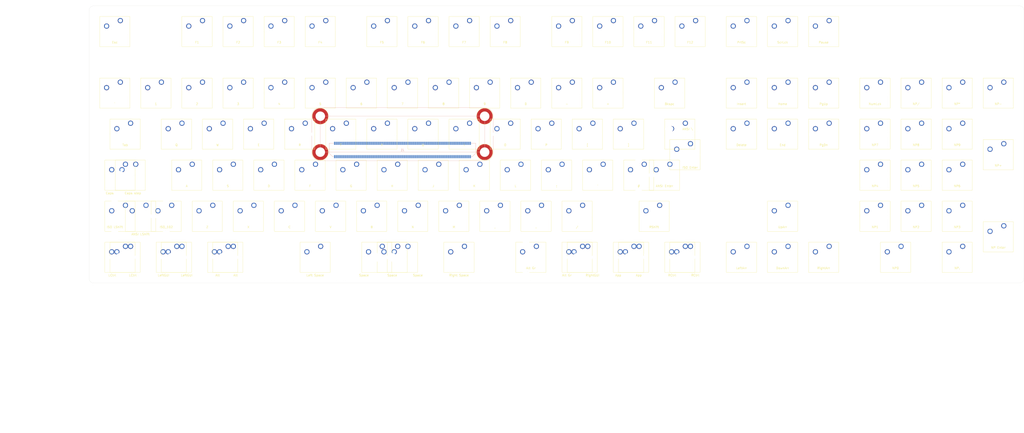
<source format=kicad_pcb>
(kicad_pcb (version 20241229) (generator "pcbnew") (generator_version "9.0")
  (title_block (title "KB01") (date "2025-12-23") (rev "1.0") (company "Egill Milan Gunnarsson") (comment 1 "Author:"))
  (layers (0 "F.Cu" signal) (2 "B.Cu" signal) (13 "F.Paste" user) (15 "B.Paste" user) (5 "F.SilkS" user "F.Silkscreen") (7 "B.SilkS" user "B.Silkscreen") (1 "F.Mask" user) (3 "B.Mask" user) (25 "Edge.Cuts" user))
  (net 0 "")
  (net 1 "GND")
  (net 2 "/Switches/Esc")
  (net 3 "/Switches/F1")
  (net 4 "/Switches/F2")
  (net 5 "/Switches/F3")
  (net 6 "/Switches/F4")
  (net 7 "/Switches/F5")
  (net 8 "/Switches/F6")
  (net 9 "/Switches/F7")
  (net 10 "/Switches/F8")
  (net 11 "/Switches/F9")
  (net 12 "/Switches/F10")
  (net 13 "/Switches/F11")
  (net 14 "/Switches/F12")
  (net 15 "/Switches/Print Scrn")
  (net 16 "/Switches/Scroll Lock")
  (net 17 "/Switches/Pause")
  (net 18 "/Switches/`")
  (net 19 "/Switches/1")
  (net 20 "/Switches/2")
  (net 21 "/Switches/3")
  (net 22 "/Switches/4")
  (net 23 "/Switches/5")
  (net 24 "/Switches/6")
  (net 25 "/Switches/7")
  (net 26 "/Switches/8")
  (net 27 "/Switches/9")
  (net 28 "/Switches/0")
  (net 29 "/Switches/-")
  (net 30 "/Switches/=")
  (net 31 "/Switches/Backspace")
  (net 32 "/Switches/Insert")
  (net 33 "/Switches/Home")
  (net 34 "/Switches/Page Up")
  (net 35 "/Switches/Num Lock")
  (net 36 "/Switches/NP{slash}")
  (net 37 "/Switches/NP*")
  (net 38 "/Switches/NP-")
  (net 39 "/Switches/Tab")
  (net 40 "/Switches/Q")
  (net 41 "/Switches/W")
  (net 42 "/Switches/E")
  (net 43 "/Switches/R")
  (net 44 "/Switches/T")
  (net 45 "/Switches/Y")
  (net 46 "/Switches/U")
  (net 47 "/Switches/I")
  (net 48 "/Switches/O")
  (net 49 "/Switches/P")
  (net 50 "/Switches/[")
  (net 51 "/Switches/]")
  (net 52 "/Switches/ISO_102")
  (net 53 "/Switches/Delete")
  (net 54 "/Switches/End")
  (net 55 "/Switches/Page Down")
  (net 56 "/Switches/NP7")
  (net 57 "/Switches/NP8")
  (net 58 "/Switches/NP9")
  (net 59 "/Switches/NP+")
  (net 60 "/Switches/Caps Lock")
  (net 61 "/Switches/A")
  (net 62 "/Switches/S")
  (net 63 "/Switches/D")
  (net 64 "/Switches/F")
  (net 65 "/Switches/G")
  (net 66 "/Switches/H")
  (net 67 "/Switches/J")
  (net 68 "/Switches/K")
  (net 69 "/Switches/L")
  (net 70 "/Switches/;")
  (net 71 "/Switches/'")
  (net 72 "/Switches/#")
  (net 73 "/Switches/Enter")
  (net 74 "/Switches/NP4")
  (net 75 "/Switches/NP5")
  (net 76 "/Switches/NP6")
  (net 77 "/Switches/Left Shift")
  (net 78 "/Switches/Z")
  (net 79 "/Switches/X")
  (net 80 "/Switches/C")
  (net 81 "/Switches/V")
  (net 82 "/Switches/B")
  (net 83 "/Switches/N")
  (net 84 "/Switches/M")
  (net 85 "/Switches/,")
  (net 86 "/Switches/.")
  (net 87 "/Switches/{slash}")
  (net 88 "/Switches/Right Shift")
  (net 89 "/Switches/Up Arrow")
  (net 90 "/Switches/NP1")
  (net 91 "/Switches/NP2")
  (net 92 "/Switches/NP3")
  (net 93 "/Switches/NP Enter")
  (net 94 "/Switches/Left Ctrl")
  (net 95 "/Switches/Left GUI")
  (net 96 "/Switches/Alt")
  (net 97 "/Switches/Space")
  (net 98 "/Switches/Alt Gr")
  (net 99 "/Switches/Application")
  (net 100 "/Switches/Right Ctrl")
  (net 101 "/Switches/Left Arrow")
  (net 102 "/Switches/Down Arrow")
  (net 103 "/Switches/Right Arrow")
  (net 104 "/Switches/NP0")
  (net 105 "/Switches/NP.")
  (net 106 "/Switches/Left Space")
  (net 107 "/Switches/Right Space")
  (net 108 "/Switches/AltGr{slash}RGUI")
  (net 109 "/Switches/Alt Gr{slash}RGUI")
  (footprint "Switches_Keyboard:SW_Cherry_MX_R1_1.00u_PCB" (layer "F.Cu") (at 124.6875 33.25)
    (property "Reference" "SW5" (hide yes))
    (property "Value" "F4")
  )
  (footprint "Switches_Keyboard:SW_Cherry_MX_R1_1.00u_PCB" (layer "F.Cu") (at 238.6875 33.25)
    (property "Reference" "SW10" (hide yes))
    (property "Value" "F9")
  )
  (footprint "Switches_Keyboard:SW_Cherry_MX_R1_1.00u_PCB" (layer "F.Cu") (at 172.1875 33.25)
    (property "Reference" "SW7" (hide yes))
    (property "Value" "F6")
  )
  (footprint "Switches_Keyboard:SW_Cherry_MX_Convex_1.00u_PCB" (layer "F.Cu") (at 157.9375 137.75)
    (property "Reference" "SW118" (hide yes))
    (property "Value" "Space")
  )
  (footprint "Switches_Keyboard:SW_Cherry_MX_R4_1.00u_PCB" (layer "F.Cu") (at 129.4375 118.75)
    (property "Reference" "SW84" (hide yes))
    (property "Value" "V")
  )
  (footprint "Switches_Keyboard:SW_Cherry_MX_R1_1.00u_PCB" (layer "F.Cu") (at 319.4375 33.25)
    (property "Reference" "SW14" (hide yes))
    (property "Value" "PrtSc")
  )
  (footprint "Switches_Keyboard:SW_Cherry_MX_R1_1.00u_PCB" (layer "F.Cu") (at 143.6875 61.75)
    (property "Reference" "SW23" (hide yes))
    (property "Value" "6")
  )
  (footprint "Switches_Keyboard:SW_Cherry_MX_R3_1.00u_PCB" (layer "F.Cu") (at 176.9375 99.75)
    (property "Reference" "SW67" (hide yes))
    (property "Value" "J")
  )
  (footprint "Switches_Keyboard:SW_Cherry_MX_R4_2.25u_PCB" (layer "F.Cu") (at 41.5625 118.75)
    (property "Reference" "SW78" (hide yes))
    (property "Value" "ANSI LShift")
  )
  (footprint "Switches_Keyboard:SW_Cherry_MX_R3_1.00u_PCB" (layer "F.Cu") (at 214.9375 99.75)
    (property "Reference" "SW69" (hide yes))
    (property "Value" "L")
  )
  (footprint "Switches_Keyboard:SW_Cherry_MX_R2_1.00u_PCB" (layer "F.Cu") (at 229.1875 80.75)
    (property "Reference" "SW48" (hide yes))
    (property "Value" "P")
  )
  (footprint "Switches_Keyboard:SW_Cherry_MX_R3_1.00u_PCB" (layer "F.Cu") (at 81.9375 99.75)
    (property "Reference" "SW62" (hide yes))
    (property "Value" "S")
  )
  (footprint "Mech:MountingHole_2.7mm_M2.5" (layer "F.Cu") (at 0.4175 35.509)
    (property "Reference" "H12" (hide yes))
    (property "Value" "M2.5 mounting hole" (hide yes))
  )
  (footprint "Switches_Keyboard:SW_Cherry_MX_R2_1.50u_PCB" (layer "F.Cu") (at 290.9375 80.75)
    (property "Reference" "SW51" (hide yes))
    (property "Value" "ANSI \\")
  )
  (footprint "Switches_Keyboard:SW_Cherry_MX_Convex_6.25u_PCB" (layer "F.Cu") (at 150.8125 137.75)
    (property "Reference" "SW100" (hide yes))
    (property "Value" "Space")
  )
  (footprint "Switches_Keyboard:SW_Cherry_MX_R3_1.00u_PCB" (layer "F.Cu") (at 271.9375 99.75)
    (property "Reference" "SW72" (hide yes))
    (property "Value" "#")
  )
  (footprint "Switches_Keyboard:SW_Cherry_MX_R4_1.25u_PCB" (layer "F.Cu") (at 293.3125 137.75)
    (property "Reference" "SW104" (hide yes))
    (property "Value" "RCtrl")
  )
  (footprint "Switches_Keyboard:SW_Cherry_MX_R1_1.00u_PCB" (layer "F.Cu") (at 419.1875 61.75)
    (property "Reference" "SW36" (hide yes))
    (property "Value" "NP*")
  )
  (footprint "Switches_Keyboard:SW_Cherry_MX_R1_1.00u_PCB" (layer "F.Cu") (at 162.6875 61.75)
    (property "Reference" "SW24" (hide yes))
    (property "Value" "7")
  )
  (footprint "Switches_Keyboard:SW_Cherry_MX_R4_1.00u_PCB" (layer "F.Cu") (at 110.4375 118.75)
    (property "Reference" "SW83" (hide yes))
    (property "Value" "C")
  )
  (footprint "Switches_Keyboard:SW_Cherry_MX_R3_1.00u_PCB" (layer "F.Cu") (at 419.1875 99.75)
    (property "Reference" "SW77" (hide yes))
    (property "Value" "NP6")
  )
  (footprint "Switches_Keyboard:SW_Cherry_MX_R1_1.00u_PCB" (layer "F.Cu") (at 438.1875 61.75)
    (property "Reference" "SW37" (hide yes))
    (property "Value" "NP-")
  )
  (footprint "Switches_Keyboard:SW_Cherry_MX_R1_1.00u_PCB" (layer "F.Cu") (at 357.4375 33.25)
    (property "Reference" "SW16" (hide yes))
    (property "Value" "Pause")
  )
  (footprint "Switches_Keyboard:SW_Cherry_MX_R1_1.00u_PCB" (layer "F.Cu") (at 67.6875 33.25)
    (property "Reference" "SW2" (hide yes))
    (property "Value" "F1")
  )
  (footprint "Switches_Keyboard:SW_Cherry_MX_R1_1.00u_PCB" (layer "F.Cu") (at 276.6875 33.25)
    (property "Reference" "SW12" (hide yes))
    (property "Value" "F11")
  )
  (footprint "Switches_Keyboard:SW_Cherry_MX_R4_1.00u_PCB" (layer "F.Cu") (at 243.4375 118.75)
    (property "Reference" "SW90" (hide yes))
    (property "Value" "/")
  )
  (footprint "Switches_Keyboard:SW_Cherry_MX_R1_1.00u_PCB" (layer "F.Cu") (at 29.6875 61.75)
    (property "Reference" "SW17" (hide yes))
    (property "Value" "`")
  )
  (footprint "Mech:Standoff_reverse-M3-6.6mm-SMD" (layer "F.Cu") (at 200.6875 72.4375)
    (property "Reference" "H13" (hide yes))
    (property "Value" "M3 6.6mm reverse standoff" (hide yes))
  )
  (footprint "Switches_Keyboard:SW_Cherry_MX_R2_1.00u_PCB" (layer "F.Cu") (at 400.1875 80.75)
    (property "Reference" "SW56" (hide yes))
    (property "Value" "NP8")
  )
  (footprint "Switches_Keyboard:SW_Cherry_MX_R3_1.00u_PCB" (layer "F.Cu") (at 157.9375 99.75)
    (property "Reference" "SW66" (hide yes))
    (property "Value" "H")
  )
  (footprint "Switches_Keyboard:SW_Cherry_MX_R2_1.00u_PCB" (layer "F.Cu") (at 191.1875 80.75)
    (property "Reference" "SW46" (hide yes))
    (property "Value" "I")
  )
  (footprint "Switches_Keyboard:SW_Cherry_MX_R1_1.00u_PCB" (layer "F.Cu") (at 219.6875 61.75)
    (property "Reference" "SW27" (hide yes))
    (property "Value" "0")
  )
  (footprint "Switches_Keyboard:SW_Cherry_MX_R3_1.00u_PCB" (layer "F.Cu") (at 100.9375 99.75)
    (property "Reference" "SW63" (hide yes))
    (property "Value" "D")
  )
  (footprint "Switches_Keyboard:SW_Cherry_MX_R2_1.00u_PCB" (layer "F.Cu") (at 419.1875 80.75)
    (property "Reference" "SW57" (hide yes))
    (property "Value" "NP9")
  )
  (footprint "Mech:MountingHole_2.7mm_M2.5" (layer "F.Cu") (at -13.4825 21.609)
    (property "Reference" "H4" (hide yes))
    (property "Value" "M2.5 mounting hole" (hide yes))
  )
  (footprint "Switches_Keyboard:SW_Cherry_MX_R4_1.25u_PCB" (layer "F.Cu") (at 32.0625 137.75)
    (property "Reference" "SW97" (hide yes))
    (property "Value" "LCtrl")
  )
  (footprint "Switches_Keyboard:SW_Cherry_MX_R4_1.00u_PCB" (layer "F.Cu") (at 91.4375 118.75)
    (property "Reference" "SW82" (hide yes))
    (property "Value" "X")
  )
  (footprint "Switches_Keyboard:SW_Cherry_MX_R1_1.00u_PCB" (layer "F.Cu") (at 200.6875 61.75)
    (property "Reference" "SW26" (hide yes))
    (property "Value" "9")
  )
  (footprint "Switches_Keyboard:SW_Cherry_MX_R1_1.00u_PCB" (layer "F.Cu") (at 105.6875 33.25)
    (property "Reference" "SW4" (hide yes))
    (property "Value" "F3")
  )
  (footprint "Switches_Keyboard:SW_Cherry_MX_R2_1.00u_PCB" (layer "F.Cu") (at 134.1875 80.75)
    (property "Reference" "SW43" (hide yes))
    (property "Value" "T")
  )
  (footprint "Switches_Keyboard:SW_Cherry_MX_Convex_7.00u_PCB" (layer "F.Cu") (at 162.6875 137.75)
    (property "Reference" "SW113" (hide yes))
    (property "Value" "Space")
  )
  (footprint "Switches_Keyboard:SW_Cherry_MX_R4_1.25u_PCB" (layer "F.Cu") (at 222.0625 137.75)
    (property "Reference" "SW101" (hide yes))
    (property "Value" "Alt Gr")
  )
  (footprint "Switches_Keyboard:SW_Cherry_MX_R1_1.00u_PCB" (layer "F.Cu") (at 319.4375 61.75)
    (property "Reference" "SW31" (hide yes))
    (property "Value" "Insert")
  )
  (footprint "Switches_Keyboard:SW_Cherry_MX_R3_1.75u_Stepped_PCB" (layer "F.Cu") (at 32.0625 99.75)
    (property "Reference" "SW59" (hide yes))
    (property "Value" "Caps")
  )
  (footprint "Switches_Keyboard:SW_Cherry_MX_R4_1.00u_PCB" (layer "F.Cu") (at 338.4375 137.75)
    (property "Reference" "SW106" (hide yes))
    (property "Value" "DownArr")
  )
  (footprint "Switches_Keyboard:SW_Cherry_MX_R1_1.00u_PCB" (layer "F.Cu") (at 67.6875 61.75)
    (property "Reference" "SW19" (hide yes))
    (property "Value" "2")
  )
  (footprint "Switches_Keyboard:SW_Cherry_MX_R4_1.50u_PCB" (layer "F.Cu") (at 81.9375 137.75)
    (property "Reference" "SW112" (hide yes))
    (property "Value" "Alt")
  )
  (footprint "Switches_Keyboard:SW_Cherry_MX_R4_2.00u_PCB" (layer "F.Cu") (at 390.6875 137.75)
    (property "Reference" "SW108" (hide yes))
    (property "Value" "NP0")
  )
  (footprint "Mech:MountingHole_2.7mm_M2.5" (layer "F.Cu") (at -13.4825 35.509)
    (property "Reference" "H6" (hide yes))
    (property "Value" "M2.5 mounting hole" (hide yes))
  )
  (footprint "Switches_Keyboard:SW_Cherry_MX_R4_1.00u_PCB" (layer "F.Cu") (at 53.4375 118.75)
    (property "Reference" "SW80" (hide yes))
    (property "Value" "ISO_102")
  )
  (footprint "Switches_Keyboard:SW_Cherry_MX_R4_1.25u_PCB" (layer "F.Cu") (at 55.8125 137.75)
    (property "Reference" "SW98" (hide yes))
    (property "Value" "LeftGUI")
  )
  (footprint "Switches_Keyboard:SW_Cherry_MX_R1_1.00u_PCB" (layer "F.Cu") (at 257.6875 33.25)
    (property "Reference" "SW11" (hide yes))
    (property "Value" "F10")
  )
  (footprint "Switches_Keyboard:SW_Cherry_MX_R2_1.50u_PCB" (layer "F.Cu") (at 34.4375 80.75)
    (property "Reference" "SW38" (hide yes))
    (property "Value" "Tab")
  )
  (footprint "Switches_Keyboard:SW_Cherry_MX_R2-R3_1.00u_PCB" (layer "F.Cu") (at 438.1875 90.25)
    (property "Reference" "SW58" (hide yes))
    (property "Value" "NP+")
  )
  (footprint "Switches_Keyboard:SW_Cherry_MX_R1_1.00u_PCB" (layer "F.Cu") (at 86.6875 61.75)
    (property "Reference" "SW20" (hide yes))
    (property "Value" "3")
  )
  (footprint "Mech:MountingHole_2.7mm_M2.5" (layer "F.Cu") (at -20.4325 21.609)
    (property "Reference" "H1" (hide yes))
    (property "Value" "M2.5 mounting hole" (hide yes))
  )
  (footprint "Switches_Keyboard:SW_Cherry_MX_R4_1.25u_PCB" (layer "F.Cu") (at 245.8125 137.75)
    (property "Reference" "SW102" (hide yes))
    (property "Value" "RightGUI")
  )
  (footprint "Mech:MountingHole_2.7mm_M2.5" (layer "F.Cu") (at 0.4175 28.559)
    (property "Reference" "H11" (hide yes))
    (property "Value" "M2.5 mounting hole" (hide yes))
  )
  (footprint "Mech:MountingHole_2.7mm_M2.5" (layer "F.Cu") (at -20.4325 35.509)
    (property "Reference" "H3" (hide yes))
    (property "Value" "M2.5 mounting hole" (hide yes))
  )
  (footprint "Switches_Keyboard:SW_Cherry_MX_R4_1.00u_PCB" (layer "F.Cu") (at 224.4375 118.75)
    (property "Reference" "SW89" (hide yes))
    (property "Value" ".")
  )
  (footprint "Switches_Keyboard:SW_Cherry_MX_R3_2.25u_PCB" (layer "F.Cu") (at 283.8125 99.75)
    (property "Reference" "SW73" (hide yes))
    (property "Value" "ANSI Enter")
  )
  (footprint "Switches_Keyboard:SW_Cherry_MX_R4_1.00u_PCB" (layer "F.Cu") (at 167.4375 118.75)
    (property "Reference" "SW86" (hide yes))
    (property "Value" "N")
  )
  (footprint "Mech:MountingHole_2.7mm_M2.5" (layer "F.Cu") (at -6.5325 35.509)
    (property "Reference" "H9" (hide yes))
    (property "Value" "M2.5 mounting hole" (hide yes))
  )
  (footprint "Mech:MountingHole_2.7mm_M2.5" (layer "F.Cu") (at -6.5325 28.559)
    (property "Reference" "H8" (hide yes))
    (property "Value" "M2.5 mounting hole" (hide yes))
  )
  (footprint "Switches_Keyboard:SW_Cherry_MX_R2_1.00u_PCB" (layer "F.Cu") (at 381.1875 80.75)
    (property "Reference" "SW55" (hide yes))
    (property "Value" "NP7")
  )
  (footprint "Switches_Keyboard:SW_Cherry_MX_R1_1.00u_PCB" (layer "F.Cu") (at 29.6875 33.25)
    (property "Reference" "SW1" (hide yes))
    (property "Value" "Esc")
  )
  (footprint "Switches_Keyboard:SW_Cherry_MX_R1_2.00u_PCB" (layer "F.Cu") (at 286.1875 61.75)
    (property "Reference" "SW30" (hide yes))
    (property "Value" "Bkspc")
  )
  (footprint "Switches_Keyboard:SW_Cherry_MX_R2_1.00u_PCB" (layer "F.Cu") (at 58.1875 80.75)
    (property "Reference" "SW39" (hide yes))
    (property "Value" "Q")
  )
  (footprint "Switches_Keyboard:SW_Cherry_MX_R3_1.00u_PCB" (layer "F.Cu") (at 119.9375 99.75)
    (property "Reference" "SW64" (hide yes))
    (property "Value" "F")
  )
  (footprint "Mech:MountingHole_2.7mm_M2.5" (layer "F.Cu") (at -6.5325 21.609)
    (property "Reference" "H7" (hide yes))
    (property "Value" "M2.5 mounting hole" (hide yes))
  )
  (footprint "Switches_Keyboard:SW_Cherry_MX_R4_1.00u_PCB" (layer "F.Cu") (at 419.1875 118.75)
    (property "Reference" "SW95" (hide yes))
    (property "Value" "NP3")
  )
  (footprint "Switches_Keyboard:SW_Cherry_MX_R1_1.00u_PCB" (layer "F.Cu") (at 338.4375 61.75)
    (property "Reference" "SW32" (hide yes))
    (property "Value" "Home")
  )
  (footprint "Switches_Keyboard:SW_Cherry_MX_R1_1.00u_PCB" (layer "F.Cu") (at 124.6875 61.75)
    (property "Reference" "SW22" (hide yes))
    (property "Value" "5")
  )
  (footprint "Switches_Keyboard:SW_Cherry_MX_R2_1.00u_PCB" (layer "F.Cu") (at 248.1875 80.75)
    (property "Reference" "SW49" (hide yes))
    (property "Value" "[")
  )
  (footprint "Switches_Keyboard:SW_Cherry_MX_R1_1.00u_PCB" (layer "F.Cu") (at 295.6875 33.25)
    (property "Reference" "SW13" (hide yes))
    (property "Value" "F12")
  )
  (footprint "Switches_Keyboard:SW_Cherry_MX_R3_1.00u_PCB" (layer "F.Cu") (at 138.9375 99.75)
    (property "Reference" "SW65" (hide yes))
    (property "Value" "G")
  )
  (footprint "Mech:Standoff_reverse-M3-6.6mm-SMD" (layer "F.Cu") (at 200.6875 89.0625)
    (property "Reference" "H16" (hide yes))
    (property "Value" "M3 6.6mm reverse standoff" (hide yes))
  )
  (footprint "Switches_Keyboard:SW_Cherry_MX_R1_1.00u_PCB" (layer "F.Cu") (at 257.6875 61.75)
    (property "Reference" "SW29" (hide yes))
    (property "Value" "=")
  )
  (footprint "Switches_Keyboard:SW_Cherry_MX_R4_1.00u_PCB" (layer "F.Cu") (at 419.1875 137.75)
    (property "Reference" "SW109" (hide yes))
    (property "Value" "NP.")
  )
  (footprint "Switches_Keyboard:SW_Cherry_MX_R1_1.00u_PCB" (layer "F.Cu") (at 210.1875 33.25)
    (property "Reference" "SW9" (hide yes))
    (property "Value" "F8")
  )
  (footprint "Switches_Keyboard:SW_Cherry_MX_R2_1.00u_PCB" (layer "F.Cu") (at 153.1875 80.75)
    (property "Reference" "SW44" (hide yes))
    (property "Value" "Y")
  )
  (footprint "Switches_Keyboard:SW_Cherry_MX_R4_1.00u_PCB" (layer "F.Cu") (at 148.4375 118.75)
    (property "Reference" "SW85" (hide yes))
    (property "Value" "B")
  )
  (footprint "Switches_Keyboard:SW_Cherry_MX_R1_1.00u_PCB" (layer "F.Cu") (at 105.6875 61.75)
    (property "Reference" "SW21" (hide yes))
    (property "Value" "4")
  )
  (footprint "Switches_Keyboard:SW_Cherry_MX_R4_2.75u_PCB" (layer "F.Cu") (at 279.0625 118.75)
    (property "Reference" "SW91" (hide yes))
    (property "Value" "RShift")
  )
  (footprint "Switches_Keyboard:SW_Cherry_MX_R3_1.00u_PCB" (layer "F.Cu") (at 252.9375 99.75)
    (property "Reference" "SW71" (hide yes))
    (property "Value" "'")
  )
  (footprint "Switches_Keyboard:SW_Cherry_MX_R2_1.00u_PCB" (layer "F.Cu") (at 96.1875 80.75)
    (property "Reference" "SW41" (hide yes))
    (property "Value" "E")
  )
  (footprint "Switches_Keyboard:SW_Cherry_MX_R4_1.00u_PCB" (layer "F.Cu") (at 381.1875 118.75)
    (property "Reference" "SW93" (hide yes))
    (property "Value" "NP1")
  )
  (footprint "Switches_Keyboard:SW_Cherry_MX_R1_1.00u_PCB" (layer "F.Cu") (at 153.1875 33.25)
    (property "Reference" "SW6" (hide yes))
    (property "Value" "F5")
  )
  (footprint "Switches_Keyboard:SW_Cherry_MX_R2_1.00u_PCB" (layer "F.Cu") (at 338.4375 80.75)
    (property "Reference" "SW53" (hide yes))
    (property "Value" "End")
  )
  (footprint "Switches_Keyboard:SW_Cherry_MX_R2_1.00u_PCB" (layer "F.Cu") (at 115.1875 80.75)
    (property "Reference" "SW42" (hide yes))
    (property "Value" "R")
  )
  (footprint "Switches_Keyboard:SW_Cherry_MX_R1_1.00u_PCB" (layer "F.Cu") (at 86.6875 33.25)
    (property "Reference" "SW3" (hide yes))
    (property "Value" "F2")
  )
  (footprint "Switches_Keyboard:SW_Cherry_MX_R3_1.75u_PCB" (layer "F.Cu") (at 36.8125 99.75)
    (property "Reference" "SW60" (hide yes))
    (property "Value" "Caps step")
  )
  (footprint "Mech:MountingHole_2.7mm_M2.5" (layer "F.Cu") (at -13.4825 28.559)
    (property "Reference" "H5" (hide yes))
    (property "Value" "M2.5 mounting hole" (hide yes))
  )
  (footprint "Switches_Keyboard:SW_Cherry_MX_R4_1.00u_PCB" (layer "F.Cu") (at 58.1875 137.75)
    (property "Reference" "SW111" (hide yes))
    (property "Value" "LeftGUI")
  )
  (footprint "Switches_Keyboard:SW_Cherry_MX_R3_1.00u_PCB" (layer "F.Cu") (at 400.1875 99.75)
    (property "Reference" "SW76" (hide yes))
    (property "Value" "NP5")
  )
  (footprint "Switches_Keyboard:SW_Cherry_MX_Convex_2.75u_PCB" (layer "F.Cu") (at 122.3125 137.75)
    (property "Reference" "SW117" (hide yes))
    (property "Value" "Left Space")
  )
  (footprint "Switches_Keyboard:SW_Cherry_MX_R4_1.00u_PCB" (layer "F.Cu") (at 267.1875 137.75)
    (property "Reference" "SW115" (hide yes))
    (property "Value" "App")
  )
  (footprint "Switches_Keyboard:SW_Cherry_MX_R4_1.00u_PCB" (layer "F.Cu") (at 72.4375 118.75)
    (property "Reference" "SW81" (hide yes))
    (property "Value" "Z")
  )
  (footprint "Switches_Keyboard:SW_Cherry_MX_R4_1.25u_PCB" (layer "F.Cu") (at 269.5625 137.75)
    (property "Reference" "SW103" (hide yes))
    (property "Value" "App")
  )
  (footprint "Mech:MountingHole_2.7mm_M2.5" (layer "F.Cu") (at -20.4325 28.559)
    (property "Reference" "H2" (hide yes))
    (property "Value" "M2.5 mounting hole" (hide yes))
  )
  (footprint "Switches_Keyboard:SW_Cherry_MX_R2_1.00u_PCB" (layer "F.Cu") (at 267.1875 80.75)
    (property "Reference" "SW50" (hide yes))
    (property "Value" "]")
  )
  (footprint "Switches_Keyboard:SW_Cherry_MX_R3_1.00u_PCB" (layer "F.Cu") (at 381.1875 99.75)
    (property "Reference" "SW75" (hide yes))
    (property "Value" "NP4")
  )
  (footprint "Switches_Keyboard:SW_Cherry_MX_R4_1.00u_PCB" (layer "F.Cu") (at 357.4375 137.75)
    (property "Reference" "SW107" (hide yes))
    (property "Value" "RightArr")
  )
  (footprint "Switches_Keyboard:SW_Cherry_MX_R2_1.00u_PCB" (layer "F.Cu") (at 357.4375 80.75)
    (property "Reference" "SW54" (hide yes))
    (property "Value" "PgDn")
  )
  (footprint "Switches_Keyboard:SW_Cherry_MX_R3_1.00u_PCB" (layer "F.Cu") (at 62.9375 99.75)
    (property "Reference" "SW61" (hide yes))
    (property "Value" "A")
  )
  (footprint "Switches_Keyboard:SW_Cherry_MX_R4_1.00u_PCB" (layer "F.Cu") (at 186.4375 118.75)
    (property "Reference" "SW87" (hide yes))
    (property "Value" "M")
  )
  (footprint "Switches_Keyboard:SW_Cherry_MX_R4_1.50u_PCB" (layer "F.Cu") (at 290.9375 137.75)
    (property "Reference" "SW116" (hide yes))
    (property "Value" "RCtrl")
  )
  (footprint "Switches_Keyboard:SW_Cherry_MX_R1_1.00u_PCB" (layer "F.Cu") (at 181.6875 61.75)
    (property "Reference" "SW25" (hide yes))
    (property "Value" "8")
  )
  (footprint "Switches_Keyboard:SW_Cherry_MX_R2_1.00u_PCB" (layer "F.Cu") (at 319.4375 80.75)
    (property "Reference" "SW52" (hide yes))
    (property "Value" "Delete")
  )
  (footprint "Switches_Keyboard:SW_Cherry_MX_R4_1.50u_PCB" (layer "F.Cu") (at 243.4375 137.75)
    (property "Reference" "SW114" (hide yes))
    (property "Value" "Alt Gr")
  )
  (footprint "Switches_Keyboard:SW_Cherry_MX_R4_1.50u_PCB" (layer "F.Cu") (at 34.4375 137.75)
    (property "Reference" "SW110" (hide yes))
    (property "Value" "LCtrl")
  )
  (footprint "Switches_Keyboard:SW_Cherry_MX_R1_1.00u_PCB" (layer "F.Cu") (at 48.6875 61.75)
    (property "Reference" "SW18" (hide yes))
    (property "Value" "1")
  )
  (footprint "Mech:Standoff_reverse-M3-6.6mm-SMD" (layer "F.Cu") (at 124.6875 89.0625)
    (property "Reference" "H15" (hide yes))
    (property "Value" "M3 6.6mm reverse standoff" (hide yes))
  )
  (footprint "Switches_Keyboard:SW_Cherry_MX_R4_1.00u_PCB" (layer "F.Cu") (at 400.1875 118.75)
    (property "Reference" "SW94" (hide yes))
    (property "Value" "NP2")
  )
  (footprint "Switches_Keyboard:SW_Cherry_MX_R2_1.00u_PCB" (layer "F.Cu") (at 172.1875 80.75)
    (property "Reference" "SW45" (hide yes))
    (property "Value" "U")
  )
  (footprint "Switches_Keyboard:SW_Cherry_MX_R3_1.00u_PCB" (layer "F.Cu") (at 233.9375 99.75)
    (property "Reference" "SW70" (hide yes))
    (property "Value" ";")
  )
  (footprint "Switches_Keyboard:SW_Cherry_MX_R1_1.00u_PCB" (layer "F.Cu") (at 400.1875 61.75)
    (property "Reference" "SW35" (hide yes))
    (property "Value" "NP/")
  )
  (footprint "Switches_Keyboard:SW_Cherry_MX_R1_1.00u_PCB" (layer "F.Cu") (at 357.4375 61.75)
    (property "Reference" "SW33" (hide yes))
    (property "Value" "PgUp")
  )
  (footprint "Switches_Keyboard:SW_Cherry_MX_R2_1.00u_PCB" (layer "F.Cu") (at 210.1875 80.75)
    (property "Reference" "SW47" (hide yes))
    (property "Value" "O")
  )
  (footprint "Switches_Keyboard:SW_Cherry_MX_R3_1.00u_PCB" (layer "F.Cu") (at 195.9375 99.75)
    (property "Reference" "SW68" (hide yes))
    (property "Value" "K")
  )
  (footprint "Switches_Keyboard:SW_Cherry_MX_R2_1.00u_PCB" (layer "F.Cu") (at 77.1875 80.75)
    (property "Reference" "SW40" (hide yes))
    (property "Value" "W")
  )
  (footprint "Switches_Keyboard:SW_Cherry_MX_R4_1.00u_PCB" (layer "F.Cu") (at 338.4375 118.75)
    (property "Reference" "SW92" (hide yes))
    (property "Value" "UpArr")
  )
  (footprint "Switches_Keyboard:SW_Cherry_MX_ISO_Enter_PCB" (layer "F.Cu") (at 293.3125 90.25)
    (property "Reference" "SW74" (hide yes))
    (property "Value" "ISO Enter")
  )
  (footprint "Switches_Keyboard:SW_Cherry_MX_R1_1.00u_PCB" (layer "F.Cu") (at 191.1875 33.25)
    (property "Reference" "SW8" (hide yes))
    (property "Value" "F7")
  )
  (footprint "Switches_Keyboard:SW_Cherry_MX_R4-R4_1.00u_PCB" (layer "F.Cu") (at 438.1875 128.25)
    (property "Reference" "SW96" (hide yes))
    (property "Value" "NP Enter")
  )
  (footprint "Mech:MountingHole_2.7mm_M2.5" (layer "F.Cu") (at 0.4175 21.609)
    (property "Reference" "H10" (hide yes))
    (property "Value" "M2.5 mounting hole" (hide yes))
  )
  (footprint "Switches_Keyboard:SW_Cherry_MX_Convex_2.25u_PCB" (layer "F.Cu") (at 188.8125 137.75)
    (property "Reference" "SW119" (hide yes))
    (property "Value" "Right Space")
  )
  (footprint "Switches_Keyboard:SW_Cherry_MX_R1_1.00u_PCB" (layer "F.Cu") (at 381.1875 61.75)
    (property "Reference" "SW34" (hide yes))
    (property "Value" "NumLck")
  )
  (footprint "Mech:Standoff_reverse-M3-6.6mm-SMD" (layer "F.Cu") (at 124.6875 72.4375)
    (property "Reference" "H14" (hide yes))
    (property "Value" "M3 6.6mm reverse standoff" (hide yes))
  )
  (footprint "Switches_Keyboard:SW_Cherry_MX_R4_1.25u_PCB" (layer "F.Cu") (at 32.0625 118.75)
    (property "Reference" "SW79" (hide yes))
    (property "Value" "ISO LShift")
  )
  (footprint "Switches_Keyboard:SW_Cherry_MX_R1_1.00u_PCB" (layer "F.Cu") (at 238.6875 61.75)
    (property "Reference" "SW28" (hide yes))
    (property "Value" "-")
  )
  (footprint "Switches_Keyboard:SW_Cherry_MX_R4_1.00u_PCB" (layer "F.Cu") (at 205.4375 118.75)
    (property "Reference" "SW88" (hide yes))
    (property "Value" ",")
  )
  (footprint "Switches_Keyboard:SW_Cherry_MX_R1_1.00u_PCB" (layer "F.Cu") (at 338.4375 33.25)
    (property "Reference" "SW15" (hide yes))
    (property "Value" "ScrLck")
  )
  (footprint "Switches_Keyboard:SW_Cherry_MX_R4_1.00u_PCB" (layer "F.Cu") (at 319.4375 137.75)
    (property "Reference" "SW105" (hide yes))
    (property "Value" "LeftArr")
  )
  (footprint "Switches_Keyboard:SW_Cherry_MX_R4_1.25u_PCB" (layer "F.Cu") (at 79.5625 137.75)
    (property "Reference" "SW99" (hide yes))
    (property "Value" "Alt")
  )
  (footprint "Connectors:Samtec_BTS-100-01-F-D-A" (layer "B.Cu") (at 162.6875 88.063 180)
    (property "Reference" "J1")
    (property "Value" "J-Samtec_BTS-Terminal-SMD-200p" (hide yes))
  )
  (gr_arc (start 204.6875 89.0625) (mid 203.515927 91.890927) (end 200.6875 93.0625) (stroke (width 0.1)) (layer "B.SilkS"))
  (gr_circle (center 124.6875 72.4375) (end 126.2875 72.4375) (stroke (width 0.1)) (fill no) (layer "B.SilkS"))
  (gr_line (start 120.6875 89.0625) (end 120.6875 72.4375) (stroke (width 0.1)) (layer "B.SilkS"))
  (gr_line (start 124.6875 68.4375) (end 200.6875 68.4375) (stroke (width 0.1)) (layer "B.SilkS"))
  (gr_line (start 200.6875 89.0625) (end 124.6875 89.0625) (stroke (width 0.1)) (layer "B.SilkS"))
  (gr_circle (center 200.6875 89.0625) (end 202.2875 89.0625) (stroke (width 0.1)) (fill no) (layer "B.SilkS"))
  (gr_line (start 200.6875 93.0625) (end 124.6875 93.0625) (stroke (width 0.1)) (layer "B.SilkS"))
  (gr_line (start 124.6875 89.0625) (end 124.6875 72.4375) (stroke (width 0.1)) (layer "B.SilkS"))
  (gr_arc (start 200.6875 68.4375) (mid 203.515927 69.609073) (end 204.6875 72.4375) (stroke (width 0.1)) (layer "B.SilkS"))
  (gr_arc (start 124.6875 93.0625) (mid 121.859073 91.890927) (end 120.6875 89.0625) (stroke (width 0.1)) (layer "B.SilkS"))
  (gr_line (start 124.6875 72.4375) (end 200.6875 72.4375) (stroke (width 0.1)) (layer "B.SilkS"))
  (gr_line (start 204.6875 72.4375) (end 204.6875 89.0625) (stroke (width 0.1)) (layer "B.SilkS"))
  (gr_arc (start 120.6875 72.4375) (mid 121.859073 69.609073) (end 124.6875 68.4375) (stroke (width 0.1)) (layer "B.SilkS"))
  (gr_circle (center 124.6875 89.0625) (end 126.2875 89.0625) (stroke (width 0.1)) (fill no) (layer "B.SilkS"))
  (gr_line (start 200.6875 72.4375) (end 200.6875 89.0625) (stroke (width 0.1)) (layer "B.SilkS"))
  (gr_circle (center 200.6875 72.4375) (end 202.2875 72.4375) (stroke (width 0.1)) (fill no) (layer "B.SilkS"))
  (gr_arc (start 17.8125 23.375) (mid 18.398286 21.960786) (end 19.8125 21.375) (stroke (width 0.05)) (layer "Edge.Cuts"))
  (gr_arc (start 450.0625 147.625) (mid 449.476714 149.039214) (end 448.0625 149.625) (stroke (width 0.05)) (layer "Edge.Cuts"))
  (gr_line (start 17.8125 147.625) (end 17.8125 23.375) (stroke (width 0.05)) (layer "Edge.Cuts"))
  (gr_line (start 19.8125 21.375) (end 448.0625 21.375) (stroke (width 0.05)) (layer "Edge.Cuts"))
  (gr_arc (start 19.8125 149.625) (mid 18.398286 149.039214) (end 17.8125 147.625) (stroke (width 0.05)) (layer "Edge.Cuts"))
  (gr_line (start 448.0625 149.625) (end 19.8125 149.625) (stroke (width 0.05)) (layer "Edge.Cuts"))
  (gr_arc (start 448.0625 21.375) (mid 449.476714 21.960786) (end 450.0625 23.375) (stroke (width 0.05)) (layer "Edge.Cuts"))
  (gr_line (start 450.0625 23.375) (end 450.0625 147.625) (stroke (width 0.05)) (layer "Edge.Cuts"))
)
</source>
